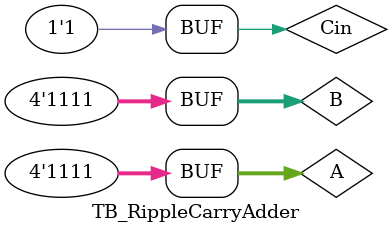
<source format=v>
`timescale 1ns / 1ps


module TB_RippleCarryAdder;

    
    reg [3:0] A;
    reg [3:0] B;
    reg Cin;
    
    wire [3:0] Sum;
    wire Cout;
    
    RippleCarryAdder RCA (
        .A(A),
        .B(B),
        .Cin(Cin),
        .Sum(Sum),
        .Cout(Cout)
    );
    initial
    begin     
        A = 4'b0111;B = 4'b0001;Cin = 0;#100;//TestCase 1 7+1 no carry
        A = 4'b0111;B = 4'b0001;Cin = 1;#100;//TestCase 2 7+1+1 with carry
        A = 4'b0111;B = 4'b1010;Cin = 0;#100;//TestCase 3 7+10 no carry
        A = 4'b0111;B = 4'b1010;Cin = 1;#100;//TestCase 4 7+10+1 carry
        A = 4'b1111;B = 4'b1111;Cin = 0;#100;//TestCase 5 15+15 no carry
        A = 4'b1111;B = 4'b1111;Cin = 1;#100;//TestCase 6 15+15+1 Carry       
    end

endmodule
</source>
